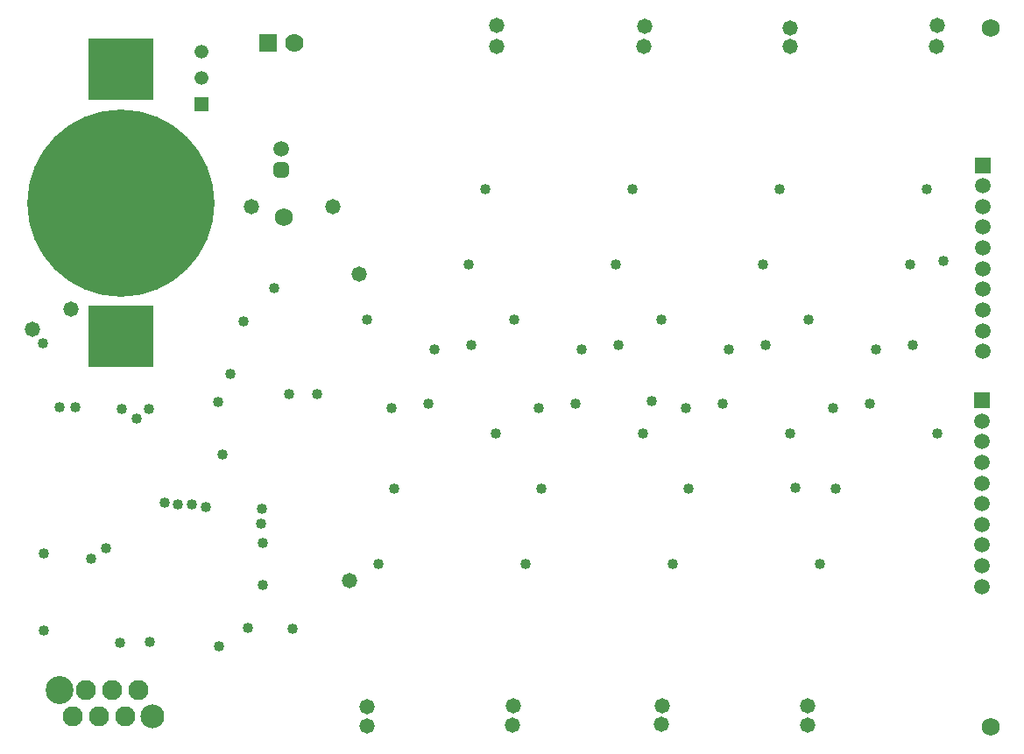
<source format=gbr>
G04*
G04 #@! TF.GenerationSoftware,Altium Limited,Altium Designer,24.0.1 (36)*
G04*
G04 Layer_Color=16711935*
%FSLAX25Y25*%
%MOIN*%
G70*
G04*
G04 #@! TF.SameCoordinates,A2E01C4A-C41F-4235-85C4-DC12FCC8AE1E*
G04*
G04*
G04 #@! TF.FilePolarity,Negative*
G04*
G01*
G75*
%ADD64C,0.06800*%
%ADD65R,0.07001X0.07001*%
%ADD66C,0.07001*%
%ADD67R,0.05249X0.05249*%
%ADD68C,0.05249*%
%ADD69C,0.05918*%
G04:AMPARAMS|DCode=70|XSize=59.18mil|YSize=59.18mil|CornerRadius=16.8mil|HoleSize=0mil|Usage=FLASHONLY|Rotation=270.000|XOffset=0mil|YOffset=0mil|HoleType=Round|Shape=RoundedRectangle|*
%AMROUNDEDRECTD70*
21,1,0.05918,0.02559,0,0,270.0*
21,1,0.02559,0.05918,0,0,270.0*
1,1,0.03359,-0.01280,-0.01280*
1,1,0.03359,-0.01280,0.01280*
1,1,0.03359,0.01280,0.01280*
1,1,0.03359,0.01280,-0.01280*
%
%ADD70ROUNDEDRECTD70*%
%ADD71C,0.05950*%
%ADD72R,0.05950X0.05950*%
%ADD73C,0.09068*%
%ADD74C,0.07690*%
%ADD75C,0.10642*%
%ADD76C,0.05800*%
%ADD77C,0.04000*%
%ADD100R,0.24816X0.23241*%
%ADD101C,0.71272*%
D64*
X305000Y408000D02*
D03*
X574000Y214000D02*
D03*
Y480000D02*
D03*
D65*
X299000Y474500D02*
D03*
D66*
X308842D02*
D03*
D67*
X273693Y451000D02*
D03*
D68*
Y461000D02*
D03*
Y471000D02*
D03*
D69*
X304000Y433937D02*
D03*
D70*
Y426063D02*
D03*
D71*
X570737Y267514D02*
D03*
Y275389D02*
D03*
Y283262D02*
D03*
Y291137D02*
D03*
Y299010D02*
D03*
Y306885D02*
D03*
Y314758D02*
D03*
Y322633D02*
D03*
Y330507D02*
D03*
X571026Y357043D02*
D03*
Y364917D02*
D03*
Y372791D02*
D03*
Y380665D02*
D03*
Y388539D02*
D03*
Y396413D02*
D03*
Y404287D02*
D03*
Y412161D02*
D03*
Y420035D02*
D03*
D72*
X570737Y338381D02*
D03*
X571026Y427909D02*
D03*
D73*
X255000Y218000D02*
D03*
D74*
X244764D02*
D03*
X234764D02*
D03*
X249764Y228000D02*
D03*
X239764D02*
D03*
X224764Y218000D02*
D03*
X229764Y228000D02*
D03*
D75*
X219528D02*
D03*
D76*
X209152Y365459D02*
D03*
X292790Y412249D02*
D03*
X497720Y480204D02*
D03*
X385973Y481078D02*
D03*
X442148Y480607D02*
D03*
X553592Y481152D02*
D03*
X336597Y214341D02*
D03*
X392089Y214836D02*
D03*
X504302Y214817D02*
D03*
X448611Y215043D02*
D03*
X553456Y473047D02*
D03*
X497678Y473105D02*
D03*
X441914Y473144D02*
D03*
X386001Y473177D02*
D03*
X336764Y221852D02*
D03*
X392304Y221931D02*
D03*
X448883Y221937D02*
D03*
X504466Y221974D02*
D03*
X323560Y412234D02*
D03*
X329979Y269678D02*
D03*
X333750Y386323D02*
D03*
X223993Y373035D02*
D03*
D77*
X269888Y298852D02*
D03*
X264513Y298711D02*
D03*
X279989Y337697D02*
D03*
X289749Y368393D02*
D03*
X555892Y391412D02*
D03*
X444911Y338206D02*
D03*
X499640Y305101D02*
D03*
X213371Y360008D02*
D03*
X514105Y335478D02*
D03*
X553611Y325917D02*
D03*
X508854Y276116D02*
D03*
X514971Y304918D02*
D03*
X527952Y337241D02*
D03*
X458105Y335478D02*
D03*
X497611Y325917D02*
D03*
X452854Y276116D02*
D03*
X458971Y304918D02*
D03*
X471952Y337241D02*
D03*
X402105Y335478D02*
D03*
X441611Y325917D02*
D03*
X396854Y276116D02*
D03*
X402971Y304918D02*
D03*
X415952Y337241D02*
D03*
X544219Y359558D02*
D03*
X504714Y369119D02*
D03*
X549471Y418920D02*
D03*
X530373Y357795D02*
D03*
X543354Y390118D02*
D03*
X488219Y359558D02*
D03*
X448714Y369119D02*
D03*
X493471Y418920D02*
D03*
X474373Y357795D02*
D03*
X487354Y390118D02*
D03*
X432220Y359558D02*
D03*
X392714Y369119D02*
D03*
X437471Y418920D02*
D03*
X418373Y357795D02*
D03*
X431354Y390118D02*
D03*
X301226Y381104D02*
D03*
X284619Y348366D02*
D03*
X281562Y317917D02*
D03*
X275148Y297596D02*
D03*
X317500Y340822D02*
D03*
X307108Y340865D02*
D03*
X340854Y276116D02*
D03*
X346971Y304918D02*
D03*
X346105Y335478D02*
D03*
X359952Y337241D02*
D03*
X385611Y325917D02*
D03*
X376220Y359558D02*
D03*
X336714Y369119D02*
D03*
X381471Y418920D02*
D03*
X362373Y357795D02*
D03*
X375354Y390118D02*
D03*
X242674Y246200D02*
D03*
X219632Y335704D02*
D03*
X225476Y335613D02*
D03*
X253534Y334939D02*
D03*
X296521Y296935D02*
D03*
X296429Y291357D02*
D03*
X297104Y268162D02*
D03*
X297128Y283958D02*
D03*
X259589Y299274D02*
D03*
X243330Y335028D02*
D03*
X249098Y331577D02*
D03*
X231643Y278214D02*
D03*
X237300Y281982D02*
D03*
X291309Y251676D02*
D03*
X308197Y251400D02*
D03*
X213701Y280154D02*
D03*
X213661Y250756D02*
D03*
X280221Y244679D02*
D03*
X253975Y246407D02*
D03*
D100*
X243000Y464287D02*
D03*
Y362713D02*
D03*
D101*
Y413500D02*
D03*
M02*

</source>
